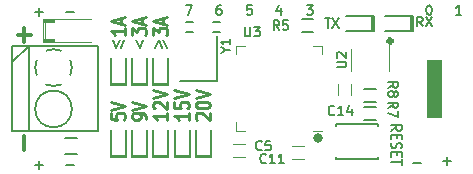
<source format=gto>
G04 #@! TF.GenerationSoftware,KiCad,Pcbnew,(5.1.5)-3*
G04 #@! TF.CreationDate,2021-01-27T12:55:09+11:00*
G04 #@! TF.ProjectId,PD_Micro,50445f4d-6963-4726-9f2e-6b696361645f,rev?*
G04 #@! TF.SameCoordinates,PX7ce2370PY67d8790*
G04 #@! TF.FileFunction,Legend,Top*
G04 #@! TF.FilePolarity,Positive*
%FSLAX46Y46*%
G04 Gerber Fmt 4.6, Leading zero omitted, Abs format (unit mm)*
G04 Created by KiCad (PCBNEW (5.1.5)-3) date 2021-01-27 12:55:09*
%MOMM*%
%LPD*%
G04 APERTURE LIST*
%ADD10C,0.150000*%
%ADD11C,0.100000*%
%ADD12C,0.200000*%
%ADD13C,0.230000*%
%ADD14C,0.300000*%
%ADD15C,0.120000*%
%ADD16C,0.400000*%
G04 APERTURE END LIST*
D10*
X14783333Y15928096D02*
X15316666Y15928096D01*
X14973809Y15128096D01*
X20340476Y15928096D02*
X19959523Y15928096D01*
X19921428Y15547143D01*
X19959523Y15585239D01*
X20035714Y15623334D01*
X20226190Y15623334D01*
X20302380Y15585239D01*
X20340476Y15547143D01*
X20378571Y15470953D01*
X20378571Y15280477D01*
X20340476Y15204286D01*
X20302380Y15166191D01*
X20226190Y15128096D01*
X20035714Y15128096D01*
X19959523Y15166191D01*
X19921428Y15204286D01*
X17722380Y15928096D02*
X17570000Y15928096D01*
X17493809Y15890000D01*
X17455714Y15851905D01*
X17379523Y15737620D01*
X17341428Y15585239D01*
X17341428Y15280477D01*
X17379523Y15204286D01*
X17417619Y15166191D01*
X17493809Y15128096D01*
X17646190Y15128096D01*
X17722380Y15166191D01*
X17760476Y15204286D01*
X17798571Y15280477D01*
X17798571Y15470953D01*
X17760476Y15547143D01*
X17722380Y15585239D01*
X17646190Y15623334D01*
X17493809Y15623334D01*
X17417619Y15585239D01*
X17379523Y15547143D01*
X17341428Y15470953D01*
X24983333Y15928096D02*
X25478571Y15928096D01*
X25211904Y15623334D01*
X25326190Y15623334D01*
X25402380Y15585239D01*
X25440476Y15547143D01*
X25478571Y15470953D01*
X25478571Y15280477D01*
X25440476Y15204286D01*
X25402380Y15166191D01*
X25326190Y15128096D01*
X25097619Y15128096D01*
X25021428Y15166191D01*
X24983333Y15204286D01*
X22802380Y15661429D02*
X22802380Y15128096D01*
X22611904Y15966191D02*
X22421428Y15394762D01*
X22916666Y15394762D01*
D11*
G36*
X36350000Y6490000D02*
G01*
X35200000Y6490000D01*
X35200000Y11290000D01*
X36350000Y11290000D01*
X36350000Y6490000D01*
G37*
X36350000Y6490000D02*
X35200000Y6490000D01*
X35200000Y11290000D01*
X36350000Y11290000D01*
X36350000Y6490000D01*
D12*
X11150000Y12990000D02*
X10850000Y12290000D01*
X10550000Y12990000D02*
X10850000Y12290000D01*
X33994285Y2525715D02*
X34680000Y2525715D01*
D13*
X10192857Y13382358D02*
X10192857Y14001405D01*
X10650000Y13668072D01*
X10650000Y13810929D01*
X10707142Y13906167D01*
X10764285Y13953786D01*
X10878571Y14001405D01*
X11164285Y14001405D01*
X11278571Y13953786D01*
X11335714Y13906167D01*
X11392857Y13810929D01*
X11392857Y13525215D01*
X11335714Y13429977D01*
X11278571Y13382358D01*
X11050000Y14382358D02*
X11050000Y14858548D01*
X11392857Y14287120D02*
X10192857Y14620453D01*
X11392857Y14953786D01*
D10*
X35311904Y15928096D02*
X35388095Y15928096D01*
X35464285Y15890000D01*
X35502380Y15851905D01*
X35540476Y15775715D01*
X35578571Y15623334D01*
X35578571Y15432858D01*
X35540476Y15280477D01*
X35502380Y15204286D01*
X35464285Y15166191D01*
X35388095Y15128096D01*
X35311904Y15128096D01*
X35235714Y15166191D01*
X35197619Y15204286D01*
X35159523Y15280477D01*
X35121428Y15432858D01*
X35121428Y15623334D01*
X35159523Y15775715D01*
X35197619Y15851905D01*
X35235714Y15890000D01*
X35311904Y15928096D01*
X38078571Y15128096D02*
X37621428Y15128096D01*
X37850000Y15128096D02*
X37850000Y15928096D01*
X37773809Y15813810D01*
X37697619Y15737620D01*
X37621428Y15699524D01*
X34795119Y14128096D02*
X34528452Y14509048D01*
X34337976Y14128096D02*
X34337976Y14928096D01*
X34642738Y14928096D01*
X34718928Y14890000D01*
X34757023Y14851905D01*
X34795119Y14775715D01*
X34795119Y14661429D01*
X34757023Y14585239D01*
X34718928Y14547143D01*
X34642738Y14509048D01*
X34337976Y14509048D01*
X35061785Y14928096D02*
X35595119Y14128096D01*
X35595119Y14928096D02*
X35061785Y14128096D01*
X26523690Y14828096D02*
X26980833Y14828096D01*
X26752261Y14028096D02*
X26752261Y14828096D01*
X27171309Y14828096D02*
X27704642Y14028096D01*
X27704642Y14828096D02*
X27171309Y14028096D01*
D14*
X1042857Y4837858D02*
X1042857Y3695000D01*
X502142Y13382858D02*
X1645000Y13382858D01*
X1073571Y12811429D02*
X1073571Y13954286D01*
D12*
X4594285Y2425715D02*
X5280000Y2425715D01*
X4594285Y15325715D02*
X5280000Y15325715D01*
X1994285Y15325715D02*
X2680000Y15325715D01*
X2337142Y14982858D02*
X2337142Y15668572D01*
X1994285Y2425715D02*
X2680000Y2425715D01*
X2337142Y2082858D02*
X2337142Y2768572D01*
X36494285Y2725715D02*
X37180000Y2725715D01*
X36837142Y2382858D02*
X36837142Y3068572D01*
X32142857Y5312381D02*
X32571428Y5579048D01*
X32142857Y5769524D02*
X33042857Y5769524D01*
X33042857Y5464762D01*
X33000000Y5388572D01*
X32957142Y5350477D01*
X32871428Y5312381D01*
X32742857Y5312381D01*
X32657142Y5350477D01*
X32614285Y5388572D01*
X32571428Y5464762D01*
X32571428Y5769524D01*
X32614285Y4969524D02*
X32614285Y4702858D01*
X32142857Y4588572D02*
X32142857Y4969524D01*
X33042857Y4969524D01*
X33042857Y4588572D01*
X32185714Y4283810D02*
X32142857Y4169524D01*
X32142857Y3979048D01*
X32185714Y3902858D01*
X32228571Y3864762D01*
X32314285Y3826667D01*
X32400000Y3826667D01*
X32485714Y3864762D01*
X32528571Y3902858D01*
X32571428Y3979048D01*
X32614285Y4131429D01*
X32657142Y4207620D01*
X32700000Y4245715D01*
X32785714Y4283810D01*
X32871428Y4283810D01*
X32957142Y4245715D01*
X33000000Y4207620D01*
X33042857Y4131429D01*
X33042857Y3940953D01*
X33000000Y3826667D01*
X32614285Y3483810D02*
X32614285Y3217143D01*
X32142857Y3102858D02*
X32142857Y3483810D01*
X33042857Y3483810D01*
X33042857Y3102858D01*
X33042857Y2874286D02*
X33042857Y2417143D01*
X32142857Y2645715D02*
X33042857Y2645715D01*
D13*
X14992857Y6801405D02*
X14992857Y6229977D01*
X14992857Y6515691D02*
X13792857Y6515691D01*
X13964285Y6420453D01*
X14078571Y6325215D01*
X14135714Y6229977D01*
X13792857Y7706167D02*
X13792857Y7229977D01*
X14364285Y7182358D01*
X14307142Y7229977D01*
X14250000Y7325215D01*
X14250000Y7563310D01*
X14307142Y7658548D01*
X14364285Y7706167D01*
X14478571Y7753786D01*
X14764285Y7753786D01*
X14878571Y7706167D01*
X14935714Y7658548D01*
X14992857Y7563310D01*
X14992857Y7325215D01*
X14935714Y7229977D01*
X14878571Y7182358D01*
X13792857Y8039500D02*
X14992857Y8372834D01*
X13792857Y8706167D01*
X11392857Y6325215D02*
X11392857Y6515691D01*
X11335714Y6610929D01*
X11278571Y6658548D01*
X11107142Y6753786D01*
X10878571Y6801405D01*
X10421428Y6801405D01*
X10307142Y6753786D01*
X10250000Y6706167D01*
X10192857Y6610929D01*
X10192857Y6420453D01*
X10250000Y6325215D01*
X10307142Y6277596D01*
X10421428Y6229977D01*
X10707142Y6229977D01*
X10821428Y6277596D01*
X10878571Y6325215D01*
X10935714Y6420453D01*
X10935714Y6610929D01*
X10878571Y6706167D01*
X10821428Y6753786D01*
X10707142Y6801405D01*
X10192857Y7087120D02*
X11392857Y7420453D01*
X10192857Y7753786D01*
D12*
X9550000Y12990000D02*
X9250000Y12290000D01*
X9150000Y12990000D02*
X8850000Y12290000D01*
X8550000Y12990000D02*
X8850000Y12290000D01*
X12150000Y12290000D02*
X12450000Y12990000D01*
X13150000Y12290000D02*
X12850000Y12990000D01*
X12750000Y12290000D02*
X12450000Y12990000D01*
D13*
X15707142Y6229977D02*
X15650000Y6277596D01*
X15592857Y6372834D01*
X15592857Y6610929D01*
X15650000Y6706167D01*
X15707142Y6753786D01*
X15821428Y6801405D01*
X15935714Y6801405D01*
X16107142Y6753786D01*
X16792857Y6182358D01*
X16792857Y6801405D01*
X15592857Y7420453D02*
X15592857Y7515691D01*
X15650000Y7610929D01*
X15707142Y7658548D01*
X15821428Y7706167D01*
X16050000Y7753786D01*
X16335714Y7753786D01*
X16564285Y7706167D01*
X16678571Y7658548D01*
X16735714Y7610929D01*
X16792857Y7515691D01*
X16792857Y7420453D01*
X16735714Y7325215D01*
X16678571Y7277596D01*
X16564285Y7229977D01*
X16335714Y7182358D01*
X16050000Y7182358D01*
X15821428Y7229977D01*
X15707142Y7277596D01*
X15650000Y7325215D01*
X15592857Y7420453D01*
X15592857Y8039500D02*
X16792857Y8372834D01*
X15592857Y8706167D01*
X13192857Y6801405D02*
X13192857Y6229977D01*
X13192857Y6515691D02*
X11992857Y6515691D01*
X12164285Y6420453D01*
X12278571Y6325215D01*
X12335714Y6229977D01*
X12107142Y7182358D02*
X12050000Y7229977D01*
X11992857Y7325215D01*
X11992857Y7563310D01*
X12050000Y7658548D01*
X12107142Y7706167D01*
X12221428Y7753786D01*
X12335714Y7753786D01*
X12507142Y7706167D01*
X13192857Y7134739D01*
X13192857Y7753786D01*
X11992857Y8039500D02*
X13192857Y8372834D01*
X11992857Y8706167D01*
X8392857Y6753786D02*
X8392857Y6277596D01*
X8964285Y6229977D01*
X8907142Y6277596D01*
X8850000Y6372834D01*
X8850000Y6610929D01*
X8907142Y6706167D01*
X8964285Y6753786D01*
X9078571Y6801405D01*
X9364285Y6801405D01*
X9478571Y6753786D01*
X9535714Y6706167D01*
X9592857Y6610929D01*
X9592857Y6372834D01*
X9535714Y6277596D01*
X9478571Y6229977D01*
X8392857Y7087120D02*
X9592857Y7420453D01*
X8392857Y7753786D01*
X11992857Y13382358D02*
X11992857Y14001405D01*
X12450000Y13668072D01*
X12450000Y13810929D01*
X12507142Y13906167D01*
X12564285Y13953786D01*
X12678571Y14001405D01*
X12964285Y14001405D01*
X13078571Y13953786D01*
X13135714Y13906167D01*
X13192857Y13810929D01*
X13192857Y13525215D01*
X13135714Y13429977D01*
X13078571Y13382358D01*
X12850000Y14382358D02*
X12850000Y14858548D01*
X13192857Y14287120D02*
X11992857Y14620453D01*
X13192857Y14953786D01*
X9592857Y14001405D02*
X9592857Y13429977D01*
X9592857Y13715691D02*
X8392857Y13715691D01*
X8564285Y13620453D01*
X8678571Y13525215D01*
X8735714Y13429977D01*
X9250000Y14382358D02*
X9250000Y14858548D01*
X9592857Y14287120D02*
X8392857Y14620453D01*
X9592857Y14953786D01*
D10*
X7350000Y5290000D02*
X50000Y5290000D01*
X7350000Y12490000D02*
X50000Y12490000D01*
X50000Y12490000D02*
X50000Y5290000D01*
X7350000Y12490000D02*
X7350000Y5290000D01*
X1450000Y12490000D02*
X1450000Y5290000D01*
X50000Y11090000D02*
X1450000Y12490000D01*
X5105000Y7140000D02*
G75*
G03X5105000Y7140000I-1555000J0D01*
G01*
X2118615Y10032413D02*
G75*
G02X1995000Y10640000I1431385J607587D01*
G01*
X4157742Y9207891D02*
G75*
G02X2942000Y9208000I-607742J1432109D01*
G01*
X4982109Y11247742D02*
G75*
G02X4982000Y10032000I-1432109J-607742D01*
G01*
X2942258Y12072109D02*
G75*
G02X4158000Y12072000I607742J-1432109D01*
G01*
X1994508Y10612989D02*
G75*
G02X2118000Y11248000I1555492J27011D01*
G01*
X17400000Y9490000D02*
X17400000Y13290000D01*
X14250000Y9490000D02*
X17400000Y9490000D01*
D15*
X2700000Y14790000D02*
X6700000Y14790000D01*
X2700000Y12790000D02*
X6700000Y12790000D01*
X2800000Y14790000D02*
X2800000Y12790000D01*
X2700000Y14790000D02*
X2700000Y12790000D01*
X2700000Y12990000D02*
X3550000Y12990000D01*
X2700000Y12890000D02*
X3550000Y12890000D01*
X2700000Y13090000D02*
X3550000Y13090000D01*
X3550000Y13090000D02*
X3550000Y12790000D01*
X3550000Y14790000D02*
X3550000Y14490000D01*
X2700000Y14690000D02*
X3550000Y14690000D01*
X2700000Y14490000D02*
X3550000Y14490000D01*
X2700000Y14590000D02*
X3550000Y14590000D01*
D10*
X5550000Y4690000D02*
X4550000Y4690000D01*
X4550000Y3290000D02*
X5550000Y3290000D01*
X33974000Y15025000D02*
X31650000Y15025000D01*
X33847000Y13755000D02*
X33847000Y15025000D01*
X31650000Y13755000D02*
X33974000Y13755000D01*
X33974000Y13755000D02*
X33974000Y15025000D01*
X30674000Y15025000D02*
X28350000Y15025000D01*
X30547000Y13755000D02*
X30547000Y15025000D01*
X28350000Y13755000D02*
X30674000Y13755000D01*
X30674000Y13755000D02*
X30674000Y15025000D01*
X11485000Y3066000D02*
X11485000Y5390000D01*
X10215000Y3193000D02*
X11485000Y3193000D01*
X10215000Y5390000D02*
X10215000Y3066000D01*
X10215000Y3066000D02*
X11485000Y3066000D01*
X9685000Y3066000D02*
X9685000Y5390000D01*
X8415000Y3193000D02*
X9685000Y3193000D01*
X8415000Y5390000D02*
X8415000Y3066000D01*
X8415000Y3066000D02*
X9685000Y3066000D01*
X15085000Y3066000D02*
X15085000Y5390000D01*
X13815000Y3193000D02*
X15085000Y3193000D01*
X13815000Y5390000D02*
X13815000Y3066000D01*
X13815000Y3066000D02*
X15085000Y3066000D01*
X13285000Y9166000D02*
X13285000Y11490000D01*
X12015000Y9293000D02*
X13285000Y9293000D01*
X12015000Y11490000D02*
X12015000Y9166000D01*
X12015000Y9166000D02*
X13285000Y9166000D01*
X13285000Y3066000D02*
X13285000Y5390000D01*
X12015000Y3193000D02*
X13285000Y3193000D01*
X12015000Y5390000D02*
X12015000Y3066000D01*
X12015000Y3066000D02*
X13285000Y3066000D01*
X11485000Y9166000D02*
X11485000Y11490000D01*
X10215000Y9293000D02*
X11485000Y9293000D01*
X10215000Y11490000D02*
X10215000Y9166000D01*
X10215000Y9166000D02*
X11485000Y9166000D01*
X9685000Y9166000D02*
X9685000Y11490000D01*
X8415000Y9293000D02*
X9685000Y9293000D01*
X8415000Y11490000D02*
X8415000Y9166000D01*
X8415000Y9166000D02*
X9685000Y9166000D01*
X16885000Y3066000D02*
X16885000Y5390000D01*
X15615000Y3193000D02*
X16885000Y3193000D01*
X15615000Y5390000D02*
X15615000Y3066000D01*
X15615000Y3066000D02*
X16885000Y3066000D01*
D15*
X25535000Y5280000D02*
X26260000Y5280000D01*
X19040000Y12500000D02*
X19040000Y11775000D01*
X19765000Y12500000D02*
X19040000Y12500000D01*
X26260000Y12500000D02*
X26260000Y11775000D01*
X25535000Y12500000D02*
X26260000Y12500000D01*
X19040000Y5280000D02*
X19040000Y6005000D01*
X19765000Y5280000D02*
X19040000Y5280000D01*
D16*
X26150000Y4690000D02*
G75*
G03X26150000Y4690000I-200000J0D01*
G01*
D15*
X31960000Y10390000D02*
X31960000Y12840000D01*
X28740000Y12190000D02*
X28740000Y10390000D01*
D16*
X32200000Y12890000D02*
G75*
G03X32200000Y12890000I-150000J0D01*
G01*
D12*
X27450000Y2890000D02*
X27450000Y3090000D01*
X27450000Y2890000D02*
X31050000Y2890000D01*
X31050000Y2890000D02*
X31050000Y3090000D01*
X31050000Y5890000D02*
X31050000Y5690000D01*
X31050000Y5890000D02*
X27450000Y5890000D01*
X27450000Y5890000D02*
X27450000Y5690000D01*
D10*
X17050000Y13640000D02*
X17650000Y13640000D01*
X17650000Y14540000D02*
X17050000Y14540000D01*
X15400000Y14540000D02*
X14800000Y14540000D01*
X14800000Y13640000D02*
X15400000Y13640000D01*
D15*
X18750000Y4190000D02*
X19750000Y4190000D01*
X19750000Y3090000D02*
X18750000Y3090000D01*
X23750000Y4040000D02*
X24750000Y4040000D01*
X24750000Y2940000D02*
X23750000Y2940000D01*
X28700000Y9290000D02*
X28700000Y8290000D01*
X27600000Y8290000D02*
X27600000Y9290000D01*
D10*
X24550000Y14740000D02*
X25550000Y14740000D01*
X25550000Y13640000D02*
X24550000Y13640000D01*
X29850000Y8840000D02*
X30850000Y8840000D01*
X30850000Y7740000D02*
X29850000Y7740000D01*
X29850000Y7340000D02*
X30850000Y7340000D01*
X30850000Y6240000D02*
X29850000Y6240000D01*
X18130952Y12109048D02*
X18511904Y12109048D01*
X17711904Y11842381D02*
X18130952Y12109048D01*
X17711904Y12375715D01*
X18511904Y13061429D02*
X18511904Y12604286D01*
X18511904Y12832858D02*
X17711904Y12832858D01*
X17826190Y12756667D01*
X17902380Y12680477D01*
X17940476Y12604286D01*
X19740476Y14078096D02*
X19740476Y13430477D01*
X19778571Y13354286D01*
X19816666Y13316191D01*
X19892857Y13278096D01*
X20045238Y13278096D01*
X20121428Y13316191D01*
X20159523Y13354286D01*
X20197619Y13430477D01*
X20197619Y14078096D01*
X20502380Y14078096D02*
X20997619Y14078096D01*
X20730952Y13773334D01*
X20845238Y13773334D01*
X20921428Y13735239D01*
X20959523Y13697143D01*
X20997619Y13620953D01*
X20997619Y13430477D01*
X20959523Y13354286D01*
X20921428Y13316191D01*
X20845238Y13278096D01*
X20616666Y13278096D01*
X20540476Y13316191D01*
X20502380Y13354286D01*
X27511904Y10680477D02*
X28159523Y10680477D01*
X28235714Y10718572D01*
X28273809Y10756667D01*
X28311904Y10832858D01*
X28311904Y10985239D01*
X28273809Y11061429D01*
X28235714Y11099524D01*
X28159523Y11137620D01*
X27511904Y11137620D01*
X27588095Y11480477D02*
X27550000Y11518572D01*
X27511904Y11594762D01*
X27511904Y11785239D01*
X27550000Y11861429D01*
X27588095Y11899524D01*
X27664285Y11937620D01*
X27740476Y11937620D01*
X27854761Y11899524D01*
X28311904Y11442381D01*
X28311904Y11937620D01*
X21166666Y3704286D02*
X21128571Y3666191D01*
X21014285Y3628096D01*
X20938095Y3628096D01*
X20823809Y3666191D01*
X20747619Y3742381D01*
X20709523Y3818572D01*
X20671428Y3970953D01*
X20671428Y4085239D01*
X20709523Y4237620D01*
X20747619Y4313810D01*
X20823809Y4390000D01*
X20938095Y4428096D01*
X21014285Y4428096D01*
X21128571Y4390000D01*
X21166666Y4351905D01*
X21890476Y4428096D02*
X21509523Y4428096D01*
X21471428Y4047143D01*
X21509523Y4085239D01*
X21585714Y4123334D01*
X21776190Y4123334D01*
X21852380Y4085239D01*
X21890476Y4047143D01*
X21928571Y3970953D01*
X21928571Y3780477D01*
X21890476Y3704286D01*
X21852380Y3666191D01*
X21776190Y3628096D01*
X21585714Y3628096D01*
X21509523Y3666191D01*
X21471428Y3704286D01*
X21535714Y2604286D02*
X21497619Y2566191D01*
X21383333Y2528096D01*
X21307142Y2528096D01*
X21192857Y2566191D01*
X21116666Y2642381D01*
X21078571Y2718572D01*
X21040476Y2870953D01*
X21040476Y2985239D01*
X21078571Y3137620D01*
X21116666Y3213810D01*
X21192857Y3290000D01*
X21307142Y3328096D01*
X21383333Y3328096D01*
X21497619Y3290000D01*
X21535714Y3251905D01*
X22297619Y2528096D02*
X21840476Y2528096D01*
X22069047Y2528096D02*
X22069047Y3328096D01*
X21992857Y3213810D01*
X21916666Y3137620D01*
X21840476Y3099524D01*
X23059523Y2528096D02*
X22602380Y2528096D01*
X22830952Y2528096D02*
X22830952Y3328096D01*
X22754761Y3213810D01*
X22678571Y3137620D01*
X22602380Y3099524D01*
X27335714Y6704286D02*
X27297619Y6666191D01*
X27183333Y6628096D01*
X27107142Y6628096D01*
X26992857Y6666191D01*
X26916666Y6742381D01*
X26878571Y6818572D01*
X26840476Y6970953D01*
X26840476Y7085239D01*
X26878571Y7237620D01*
X26916666Y7313810D01*
X26992857Y7390000D01*
X27107142Y7428096D01*
X27183333Y7428096D01*
X27297619Y7390000D01*
X27335714Y7351905D01*
X28097619Y6628096D02*
X27640476Y6628096D01*
X27869047Y6628096D02*
X27869047Y7428096D01*
X27792857Y7313810D01*
X27716666Y7237620D01*
X27640476Y7199524D01*
X28783333Y7161429D02*
X28783333Y6628096D01*
X28592857Y7466191D02*
X28402380Y6894762D01*
X28897619Y6894762D01*
X22666666Y13828096D02*
X22400000Y14209048D01*
X22209523Y13828096D02*
X22209523Y14628096D01*
X22514285Y14628096D01*
X22590476Y14590000D01*
X22628571Y14551905D01*
X22666666Y14475715D01*
X22666666Y14361429D01*
X22628571Y14285239D01*
X22590476Y14247143D01*
X22514285Y14209048D01*
X22209523Y14209048D01*
X23390476Y14628096D02*
X23009523Y14628096D01*
X22971428Y14247143D01*
X23009523Y14285239D01*
X23085714Y14323334D01*
X23276190Y14323334D01*
X23352380Y14285239D01*
X23390476Y14247143D01*
X23428571Y14170953D01*
X23428571Y13980477D01*
X23390476Y13904286D01*
X23352380Y13866191D01*
X23276190Y13828096D01*
X23085714Y13828096D01*
X23009523Y13866191D01*
X22971428Y13904286D01*
X31888095Y8923334D02*
X32269047Y9190000D01*
X31888095Y9380477D02*
X32688095Y9380477D01*
X32688095Y9075715D01*
X32650000Y8999524D01*
X32611904Y8961429D01*
X32535714Y8923334D01*
X32421428Y8923334D01*
X32345238Y8961429D01*
X32307142Y8999524D01*
X32269047Y9075715D01*
X32269047Y9380477D01*
X32345238Y8466191D02*
X32383333Y8542381D01*
X32421428Y8580477D01*
X32497619Y8618572D01*
X32535714Y8618572D01*
X32611904Y8580477D01*
X32650000Y8542381D01*
X32688095Y8466191D01*
X32688095Y8313810D01*
X32650000Y8237620D01*
X32611904Y8199524D01*
X32535714Y8161429D01*
X32497619Y8161429D01*
X32421428Y8199524D01*
X32383333Y8237620D01*
X32345238Y8313810D01*
X32345238Y8466191D01*
X32307142Y8542381D01*
X32269047Y8580477D01*
X32192857Y8618572D01*
X32040476Y8618572D01*
X31964285Y8580477D01*
X31926190Y8542381D01*
X31888095Y8466191D01*
X31888095Y8313810D01*
X31926190Y8237620D01*
X31964285Y8199524D01*
X32040476Y8161429D01*
X32192857Y8161429D01*
X32269047Y8199524D01*
X32307142Y8237620D01*
X32345238Y8313810D01*
X31888095Y7223334D02*
X32269047Y7490000D01*
X31888095Y7680477D02*
X32688095Y7680477D01*
X32688095Y7375715D01*
X32650000Y7299524D01*
X32611904Y7261429D01*
X32535714Y7223334D01*
X32421428Y7223334D01*
X32345238Y7261429D01*
X32307142Y7299524D01*
X32269047Y7375715D01*
X32269047Y7680477D01*
X32688095Y6956667D02*
X32688095Y6423334D01*
X31888095Y6766191D01*
M02*

</source>
